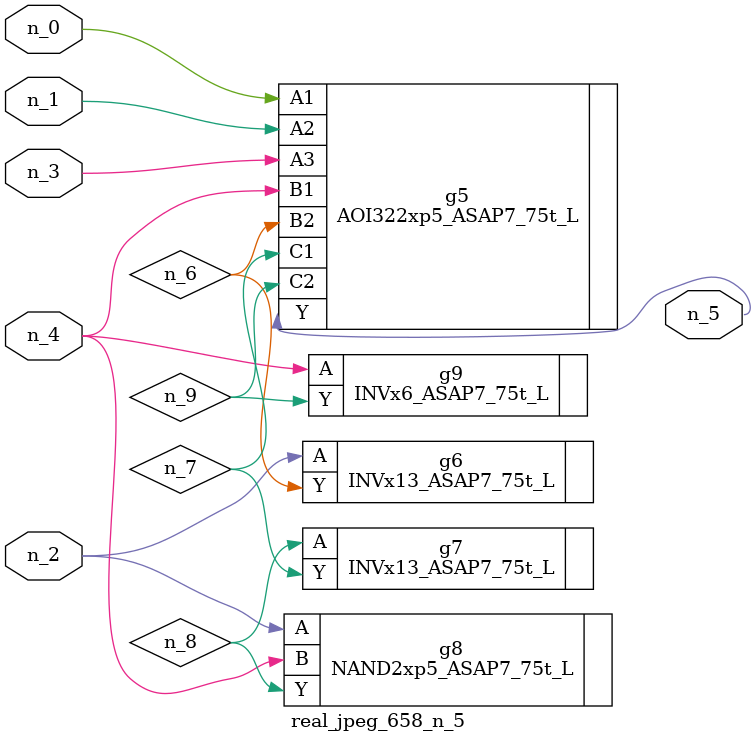
<source format=v>
module real_jpeg_658_n_5 (n_4, n_0, n_1, n_2, n_3, n_5);

input n_4;
input n_0;
input n_1;
input n_2;
input n_3;

output n_5;

wire n_8;
wire n_6;
wire n_7;
wire n_9;

AOI322xp5_ASAP7_75t_L g5 ( 
.A1(n_0),
.A2(n_1),
.A3(n_3),
.B1(n_4),
.B2(n_6),
.C1(n_7),
.C2(n_9),
.Y(n_5)
);

INVx13_ASAP7_75t_L g6 ( 
.A(n_2),
.Y(n_6)
);

NAND2xp5_ASAP7_75t_L g8 ( 
.A(n_2),
.B(n_4),
.Y(n_8)
);

INVx6_ASAP7_75t_L g9 ( 
.A(n_4),
.Y(n_9)
);

INVx13_ASAP7_75t_L g7 ( 
.A(n_8),
.Y(n_7)
);


endmodule
</source>
